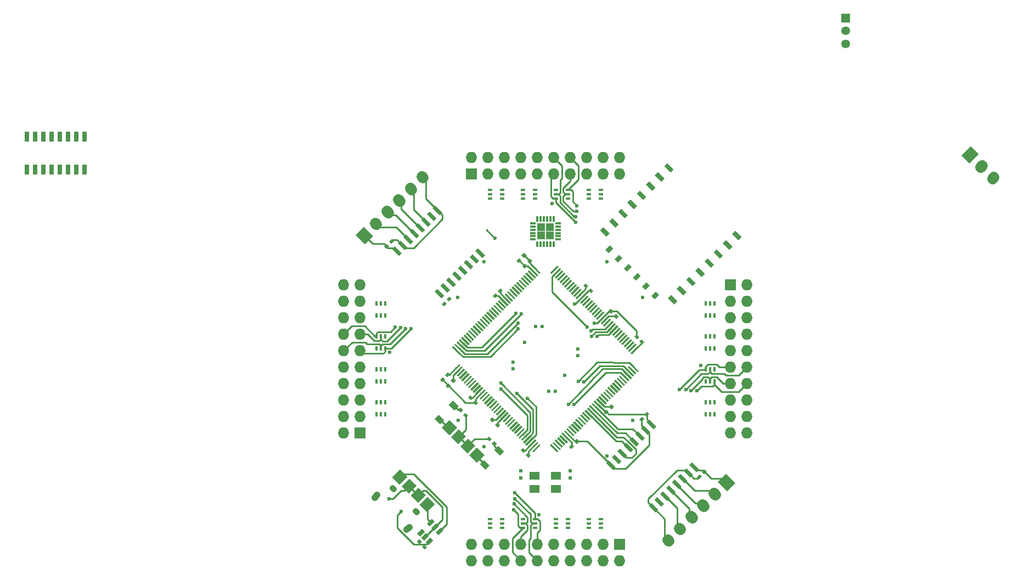
<source format=gbr>
G04 #@! TF.FileFunction,Copper,L4,Bot,Signal*
%FSLAX46Y46*%
G04 Gerber Fmt 4.6, Leading zero omitted, Abs format (unit mm)*
G04 Created by KiCad (PCBNEW 4.0.6-e0-6349~53~ubuntu14.04.1) date Mon Mar 20 16:46:31 2017*
%MOMM*%
%LPD*%
G01*
G04 APERTURE LIST*
%ADD10C,0.100000*%
%ADD11R,0.850000X0.300000*%
%ADD12R,0.300000X0.850000*%
%ADD13R,1.300000X1.300000*%
%ADD14R,1.727200X1.727200*%
%ADD15O,1.727200X1.727200*%
%ADD16R,0.500000X0.600000*%
%ADD17R,0.749300X0.398780*%
%ADD18R,0.398780X0.749300*%
%ADD19C,1.727200*%
%ADD20R,1.600000X1.300000*%
%ADD21C,0.950000*%
%ADD22C,1.000000*%
%ADD23R,1.350000X1.350000*%
%ADD24C,1.350000*%
%ADD25R,0.760000X1.600000*%
%ADD26C,0.600000*%
%ADD27C,0.250000*%
G04 APERTURE END LIST*
D10*
G36*
X-23683598Y16973155D02*
X-23259334Y17397419D01*
X-22198674Y16336759D01*
X-22622938Y15912495D01*
X-23683598Y16973155D01*
X-23683598Y16973155D01*
G37*
G36*
X-22785573Y17871181D02*
X-22361309Y18295445D01*
X-21300649Y17234785D01*
X-21724913Y16810521D01*
X-22785573Y17871181D01*
X-22785573Y17871181D01*
G37*
G36*
X-21887547Y18769206D02*
X-21463283Y19193470D01*
X-20402623Y18132810D01*
X-20826887Y17708546D01*
X-21887547Y18769206D01*
X-21887547Y18769206D01*
G37*
G36*
X-20989521Y19667232D02*
X-20565257Y20091496D01*
X-19504597Y19030836D01*
X-19928861Y18606572D01*
X-20989521Y19667232D01*
X-20989521Y19667232D01*
G37*
G36*
X-20091496Y20565257D02*
X-19667232Y20989521D01*
X-18606572Y19928861D01*
X-19030836Y19504597D01*
X-20091496Y20565257D01*
X-20091496Y20565257D01*
G37*
G36*
X-19193470Y21463283D02*
X-18769206Y21887547D01*
X-17708546Y20826887D01*
X-18132810Y20402623D01*
X-19193470Y21463283D01*
X-19193470Y21463283D01*
G37*
G36*
X-18295445Y22361309D02*
X-17871181Y22785573D01*
X-16810521Y21724913D01*
X-17234785Y21300649D01*
X-18295445Y22361309D01*
X-18295445Y22361309D01*
G37*
G36*
X-17397419Y23259334D02*
X-16973155Y23683598D01*
X-15912495Y22622938D01*
X-16336759Y22198674D01*
X-17397419Y23259334D01*
X-17397419Y23259334D01*
G37*
G36*
X-10821326Y16683241D02*
X-10397062Y17107505D01*
X-9336402Y16046845D01*
X-9760666Y15622581D01*
X-10821326Y16683241D01*
X-10821326Y16683241D01*
G37*
G36*
X-11719351Y15785215D02*
X-11295087Y16209479D01*
X-10234427Y15148819D01*
X-10658691Y14724555D01*
X-11719351Y15785215D01*
X-11719351Y15785215D01*
G37*
G36*
X-12617377Y14887190D02*
X-12193113Y15311454D01*
X-11132453Y14250794D01*
X-11556717Y13826530D01*
X-12617377Y14887190D01*
X-12617377Y14887190D01*
G37*
G36*
X-13515403Y13989164D02*
X-13091139Y14413428D01*
X-12030479Y13352768D01*
X-12454743Y12928504D01*
X-13515403Y13989164D01*
X-13515403Y13989164D01*
G37*
G36*
X-14413428Y13091139D02*
X-13989164Y13515403D01*
X-12928504Y12454743D01*
X-13352768Y12030479D01*
X-14413428Y13091139D01*
X-14413428Y13091139D01*
G37*
G36*
X-15311454Y12193113D02*
X-14887190Y12617377D01*
X-13826530Y11556717D01*
X-14250794Y11132453D01*
X-15311454Y12193113D01*
X-15311454Y12193113D01*
G37*
G36*
X-16209479Y11295087D02*
X-15785215Y11719351D01*
X-14724555Y10658691D01*
X-15148819Y10234427D01*
X-16209479Y11295087D01*
X-16209479Y11295087D01*
G37*
G36*
X-17107505Y10397062D02*
X-16683241Y10821326D01*
X-15622581Y9760666D01*
X-16046845Y9336402D01*
X-17107505Y10397062D01*
X-17107505Y10397062D01*
G37*
D11*
X1950000Y20935000D03*
X1950000Y20435000D03*
X1950000Y19935000D03*
X1950000Y19435000D03*
X1950000Y18935000D03*
X1950000Y18435000D03*
D12*
X1250000Y17735000D03*
X750000Y17735000D03*
X250000Y17735000D03*
X-250000Y17735000D03*
X-750000Y17735000D03*
X-1250000Y17735000D03*
D11*
X-1950000Y18435000D03*
X-1950000Y18935000D03*
X-1950000Y19435000D03*
X-1950000Y19935000D03*
X-1950000Y20435000D03*
X-1950000Y20935000D03*
D12*
X-1250000Y21635000D03*
X-750000Y21635000D03*
X-250000Y21635000D03*
X250000Y21635000D03*
X750000Y21635000D03*
X1250000Y21635000D03*
D13*
X-650000Y19035000D03*
X-650000Y20335000D03*
X650000Y19035000D03*
X650000Y20335000D03*
D10*
G36*
X-12019872Y-14565456D02*
X-13151243Y-13434085D01*
X-11949162Y-12232004D01*
X-10817791Y-13363375D01*
X-12019872Y-14565456D01*
X-12019872Y-14565456D01*
G37*
G36*
X-10605658Y-15979670D02*
X-11737029Y-14848299D01*
X-10534948Y-13646218D01*
X-9403577Y-14777589D01*
X-10605658Y-15979670D01*
X-10605658Y-15979670D01*
G37*
G36*
X-13434085Y-13151243D02*
X-14565456Y-12019872D01*
X-13363375Y-10817791D01*
X-12232004Y-11949162D01*
X-13434085Y-13151243D01*
X-13434085Y-13151243D01*
G37*
G36*
X-14848299Y-11737029D02*
X-15979670Y-10605658D01*
X-14777589Y-9403577D01*
X-13646218Y-10534948D01*
X-14848299Y-11737029D01*
X-14848299Y-11737029D01*
G37*
G36*
X-22485052Y-19373782D02*
X-23616423Y-18242411D01*
X-22414342Y-17040330D01*
X-21282971Y-18171701D01*
X-22485052Y-19373782D01*
X-22485052Y-19373782D01*
G37*
G36*
X-21070838Y-20787996D02*
X-22202209Y-19656625D01*
X-21000128Y-18454544D01*
X-19868757Y-19585915D01*
X-21070838Y-20787996D01*
X-21070838Y-20787996D01*
G37*
G36*
X-18242411Y-23616423D02*
X-19373782Y-22485052D01*
X-18171701Y-21282971D01*
X-17040330Y-22414342D01*
X-18242411Y-23616423D01*
X-18242411Y-23616423D01*
G37*
G36*
X-19656625Y-22202209D02*
X-20787996Y-21070838D01*
X-19585915Y-19868757D01*
X-18454544Y-21000128D01*
X-19656625Y-22202209D01*
X-19656625Y-22202209D01*
G37*
G36*
X14407301Y-1820800D02*
X14195169Y-2032932D01*
X13099153Y-936916D01*
X13311285Y-724784D01*
X14407301Y-1820800D01*
X14407301Y-1820800D01*
G37*
G36*
X14053748Y-2174354D02*
X13841616Y-2386486D01*
X12745600Y-1290470D01*
X12957732Y-1078338D01*
X14053748Y-2174354D01*
X14053748Y-2174354D01*
G37*
G36*
X13700194Y-2527907D02*
X13488062Y-2740039D01*
X12392046Y-1644023D01*
X12604178Y-1431891D01*
X13700194Y-2527907D01*
X13700194Y-2527907D01*
G37*
G36*
X13346641Y-2881460D02*
X13134509Y-3093592D01*
X12038493Y-1997576D01*
X12250625Y-1785444D01*
X13346641Y-2881460D01*
X13346641Y-2881460D01*
G37*
G36*
X12993087Y-3235014D02*
X12780955Y-3447146D01*
X11684939Y-2351130D01*
X11897071Y-2138998D01*
X12993087Y-3235014D01*
X12993087Y-3235014D01*
G37*
G36*
X12639534Y-3588567D02*
X12427402Y-3800699D01*
X11331386Y-2704683D01*
X11543518Y-2492551D01*
X12639534Y-3588567D01*
X12639534Y-3588567D01*
G37*
G36*
X12285981Y-3942121D02*
X12073849Y-4154253D01*
X10977833Y-3058237D01*
X11189965Y-2846105D01*
X12285981Y-3942121D01*
X12285981Y-3942121D01*
G37*
G36*
X11932427Y-4295674D02*
X11720295Y-4507806D01*
X10624279Y-3411790D01*
X10836411Y-3199658D01*
X11932427Y-4295674D01*
X11932427Y-4295674D01*
G37*
G36*
X11578874Y-4649227D02*
X11366742Y-4861359D01*
X10270726Y-3765343D01*
X10482858Y-3553211D01*
X11578874Y-4649227D01*
X11578874Y-4649227D01*
G37*
G36*
X11225320Y-5002781D02*
X11013188Y-5214913D01*
X9917172Y-4118897D01*
X10129304Y-3906765D01*
X11225320Y-5002781D01*
X11225320Y-5002781D01*
G37*
G36*
X10871767Y-5356334D02*
X10659635Y-5568466D01*
X9563619Y-4472450D01*
X9775751Y-4260318D01*
X10871767Y-5356334D01*
X10871767Y-5356334D01*
G37*
G36*
X10518214Y-5709888D02*
X10306082Y-5922020D01*
X9210066Y-4826004D01*
X9422198Y-4613872D01*
X10518214Y-5709888D01*
X10518214Y-5709888D01*
G37*
G36*
X10164660Y-6063441D02*
X9952528Y-6275573D01*
X8856512Y-5179557D01*
X9068644Y-4967425D01*
X10164660Y-6063441D01*
X10164660Y-6063441D01*
G37*
G36*
X9811107Y-6416994D02*
X9598975Y-6629126D01*
X8502959Y-5533110D01*
X8715091Y-5320978D01*
X9811107Y-6416994D01*
X9811107Y-6416994D01*
G37*
G36*
X9457553Y-6770548D02*
X9245421Y-6982680D01*
X8149405Y-5886664D01*
X8361537Y-5674532D01*
X9457553Y-6770548D01*
X9457553Y-6770548D01*
G37*
G36*
X9104000Y-7124101D02*
X8891868Y-7336233D01*
X7795852Y-6240217D01*
X8007984Y-6028085D01*
X9104000Y-7124101D01*
X9104000Y-7124101D01*
G37*
G36*
X8750447Y-7477654D02*
X8538315Y-7689786D01*
X7442299Y-6593770D01*
X7654431Y-6381638D01*
X8750447Y-7477654D01*
X8750447Y-7477654D01*
G37*
G36*
X8396893Y-7831208D02*
X8184761Y-8043340D01*
X7088745Y-6947324D01*
X7300877Y-6735192D01*
X8396893Y-7831208D01*
X8396893Y-7831208D01*
G37*
G36*
X8043340Y-8184761D02*
X7831208Y-8396893D01*
X6735192Y-7300877D01*
X6947324Y-7088745D01*
X8043340Y-8184761D01*
X8043340Y-8184761D01*
G37*
G36*
X7689786Y-8538315D02*
X7477654Y-8750447D01*
X6381638Y-7654431D01*
X6593770Y-7442299D01*
X7689786Y-8538315D01*
X7689786Y-8538315D01*
G37*
G36*
X7336233Y-8891868D02*
X7124101Y-9104000D01*
X6028085Y-8007984D01*
X6240217Y-7795852D01*
X7336233Y-8891868D01*
X7336233Y-8891868D01*
G37*
G36*
X6982680Y-9245421D02*
X6770548Y-9457553D01*
X5674532Y-8361537D01*
X5886664Y-8149405D01*
X6982680Y-9245421D01*
X6982680Y-9245421D01*
G37*
G36*
X6629126Y-9598975D02*
X6416994Y-9811107D01*
X5320978Y-8715091D01*
X5533110Y-8502959D01*
X6629126Y-9598975D01*
X6629126Y-9598975D01*
G37*
G36*
X6275573Y-9952528D02*
X6063441Y-10164660D01*
X4967425Y-9068644D01*
X5179557Y-8856512D01*
X6275573Y-9952528D01*
X6275573Y-9952528D01*
G37*
G36*
X5922020Y-10306082D02*
X5709888Y-10518214D01*
X4613872Y-9422198D01*
X4826004Y-9210066D01*
X5922020Y-10306082D01*
X5922020Y-10306082D01*
G37*
G36*
X5568466Y-10659635D02*
X5356334Y-10871767D01*
X4260318Y-9775751D01*
X4472450Y-9563619D01*
X5568466Y-10659635D01*
X5568466Y-10659635D01*
G37*
G36*
X5214913Y-11013188D02*
X5002781Y-11225320D01*
X3906765Y-10129304D01*
X4118897Y-9917172D01*
X5214913Y-11013188D01*
X5214913Y-11013188D01*
G37*
G36*
X4861359Y-11366742D02*
X4649227Y-11578874D01*
X3553211Y-10482858D01*
X3765343Y-10270726D01*
X4861359Y-11366742D01*
X4861359Y-11366742D01*
G37*
G36*
X4507806Y-11720295D02*
X4295674Y-11932427D01*
X3199658Y-10836411D01*
X3411790Y-10624279D01*
X4507806Y-11720295D01*
X4507806Y-11720295D01*
G37*
G36*
X4154253Y-12073849D02*
X3942121Y-12285981D01*
X2846105Y-11189965D01*
X3058237Y-10977833D01*
X4154253Y-12073849D01*
X4154253Y-12073849D01*
G37*
G36*
X3800699Y-12427402D02*
X3588567Y-12639534D01*
X2492551Y-11543518D01*
X2704683Y-11331386D01*
X3800699Y-12427402D01*
X3800699Y-12427402D01*
G37*
G36*
X3447146Y-12780955D02*
X3235014Y-12993087D01*
X2138998Y-11897071D01*
X2351130Y-11684939D01*
X3447146Y-12780955D01*
X3447146Y-12780955D01*
G37*
G36*
X3093592Y-13134509D02*
X2881460Y-13346641D01*
X1785444Y-12250625D01*
X1997576Y-12038493D01*
X3093592Y-13134509D01*
X3093592Y-13134509D01*
G37*
G36*
X2740039Y-13488062D02*
X2527907Y-13700194D01*
X1431891Y-12604178D01*
X1644023Y-12392046D01*
X2740039Y-13488062D01*
X2740039Y-13488062D01*
G37*
G36*
X2386486Y-13841616D02*
X2174354Y-14053748D01*
X1078338Y-12957732D01*
X1290470Y-12745600D01*
X2386486Y-13841616D01*
X2386486Y-13841616D01*
G37*
G36*
X2032932Y-14195169D02*
X1820800Y-14407301D01*
X724784Y-13311285D01*
X936916Y-13099153D01*
X2032932Y-14195169D01*
X2032932Y-14195169D01*
G37*
G36*
X-1820800Y-14407301D02*
X-2032932Y-14195169D01*
X-936916Y-13099153D01*
X-724784Y-13311285D01*
X-1820800Y-14407301D01*
X-1820800Y-14407301D01*
G37*
G36*
X-2174354Y-14053748D02*
X-2386486Y-13841616D01*
X-1290470Y-12745600D01*
X-1078338Y-12957732D01*
X-2174354Y-14053748D01*
X-2174354Y-14053748D01*
G37*
G36*
X-2527907Y-13700194D02*
X-2740039Y-13488062D01*
X-1644023Y-12392046D01*
X-1431891Y-12604178D01*
X-2527907Y-13700194D01*
X-2527907Y-13700194D01*
G37*
G36*
X-2881460Y-13346641D02*
X-3093592Y-13134509D01*
X-1997576Y-12038493D01*
X-1785444Y-12250625D01*
X-2881460Y-13346641D01*
X-2881460Y-13346641D01*
G37*
G36*
X-3235014Y-12993087D02*
X-3447146Y-12780955D01*
X-2351130Y-11684939D01*
X-2138998Y-11897071D01*
X-3235014Y-12993087D01*
X-3235014Y-12993087D01*
G37*
G36*
X-3588567Y-12639534D02*
X-3800699Y-12427402D01*
X-2704683Y-11331386D01*
X-2492551Y-11543518D01*
X-3588567Y-12639534D01*
X-3588567Y-12639534D01*
G37*
G36*
X-3942121Y-12285981D02*
X-4154253Y-12073849D01*
X-3058237Y-10977833D01*
X-2846105Y-11189965D01*
X-3942121Y-12285981D01*
X-3942121Y-12285981D01*
G37*
G36*
X-4295674Y-11932427D02*
X-4507806Y-11720295D01*
X-3411790Y-10624279D01*
X-3199658Y-10836411D01*
X-4295674Y-11932427D01*
X-4295674Y-11932427D01*
G37*
G36*
X-4649227Y-11578874D02*
X-4861359Y-11366742D01*
X-3765343Y-10270726D01*
X-3553211Y-10482858D01*
X-4649227Y-11578874D01*
X-4649227Y-11578874D01*
G37*
G36*
X-5002781Y-11225320D02*
X-5214913Y-11013188D01*
X-4118897Y-9917172D01*
X-3906765Y-10129304D01*
X-5002781Y-11225320D01*
X-5002781Y-11225320D01*
G37*
G36*
X-5356334Y-10871767D02*
X-5568466Y-10659635D01*
X-4472450Y-9563619D01*
X-4260318Y-9775751D01*
X-5356334Y-10871767D01*
X-5356334Y-10871767D01*
G37*
G36*
X-5709888Y-10518214D02*
X-5922020Y-10306082D01*
X-4826004Y-9210066D01*
X-4613872Y-9422198D01*
X-5709888Y-10518214D01*
X-5709888Y-10518214D01*
G37*
G36*
X-6063441Y-10164660D02*
X-6275573Y-9952528D01*
X-5179557Y-8856512D01*
X-4967425Y-9068644D01*
X-6063441Y-10164660D01*
X-6063441Y-10164660D01*
G37*
G36*
X-6416994Y-9811107D02*
X-6629126Y-9598975D01*
X-5533110Y-8502959D01*
X-5320978Y-8715091D01*
X-6416994Y-9811107D01*
X-6416994Y-9811107D01*
G37*
G36*
X-6770548Y-9457553D02*
X-6982680Y-9245421D01*
X-5886664Y-8149405D01*
X-5674532Y-8361537D01*
X-6770548Y-9457553D01*
X-6770548Y-9457553D01*
G37*
G36*
X-7124101Y-9104000D02*
X-7336233Y-8891868D01*
X-6240217Y-7795852D01*
X-6028085Y-8007984D01*
X-7124101Y-9104000D01*
X-7124101Y-9104000D01*
G37*
G36*
X-7477654Y-8750447D02*
X-7689786Y-8538315D01*
X-6593770Y-7442299D01*
X-6381638Y-7654431D01*
X-7477654Y-8750447D01*
X-7477654Y-8750447D01*
G37*
G36*
X-7831208Y-8396893D02*
X-8043340Y-8184761D01*
X-6947324Y-7088745D01*
X-6735192Y-7300877D01*
X-7831208Y-8396893D01*
X-7831208Y-8396893D01*
G37*
G36*
X-8184761Y-8043340D02*
X-8396893Y-7831208D01*
X-7300877Y-6735192D01*
X-7088745Y-6947324D01*
X-8184761Y-8043340D01*
X-8184761Y-8043340D01*
G37*
G36*
X-8538315Y-7689786D02*
X-8750447Y-7477654D01*
X-7654431Y-6381638D01*
X-7442299Y-6593770D01*
X-8538315Y-7689786D01*
X-8538315Y-7689786D01*
G37*
G36*
X-8891868Y-7336233D02*
X-9104000Y-7124101D01*
X-8007984Y-6028085D01*
X-7795852Y-6240217D01*
X-8891868Y-7336233D01*
X-8891868Y-7336233D01*
G37*
G36*
X-9245421Y-6982680D02*
X-9457553Y-6770548D01*
X-8361537Y-5674532D01*
X-8149405Y-5886664D01*
X-9245421Y-6982680D01*
X-9245421Y-6982680D01*
G37*
G36*
X-9598975Y-6629126D02*
X-9811107Y-6416994D01*
X-8715091Y-5320978D01*
X-8502959Y-5533110D01*
X-9598975Y-6629126D01*
X-9598975Y-6629126D01*
G37*
G36*
X-9952528Y-6275573D02*
X-10164660Y-6063441D01*
X-9068644Y-4967425D01*
X-8856512Y-5179557D01*
X-9952528Y-6275573D01*
X-9952528Y-6275573D01*
G37*
G36*
X-10306082Y-5922020D02*
X-10518214Y-5709888D01*
X-9422198Y-4613872D01*
X-9210066Y-4826004D01*
X-10306082Y-5922020D01*
X-10306082Y-5922020D01*
G37*
G36*
X-10659635Y-5568466D02*
X-10871767Y-5356334D01*
X-9775751Y-4260318D01*
X-9563619Y-4472450D01*
X-10659635Y-5568466D01*
X-10659635Y-5568466D01*
G37*
G36*
X-11013188Y-5214913D02*
X-11225320Y-5002781D01*
X-10129304Y-3906765D01*
X-9917172Y-4118897D01*
X-11013188Y-5214913D01*
X-11013188Y-5214913D01*
G37*
G36*
X-11366742Y-4861359D02*
X-11578874Y-4649227D01*
X-10482858Y-3553211D01*
X-10270726Y-3765343D01*
X-11366742Y-4861359D01*
X-11366742Y-4861359D01*
G37*
G36*
X-11720295Y-4507806D02*
X-11932427Y-4295674D01*
X-10836411Y-3199658D01*
X-10624279Y-3411790D01*
X-11720295Y-4507806D01*
X-11720295Y-4507806D01*
G37*
G36*
X-12073849Y-4154253D02*
X-12285981Y-3942121D01*
X-11189965Y-2846105D01*
X-10977833Y-3058237D01*
X-12073849Y-4154253D01*
X-12073849Y-4154253D01*
G37*
G36*
X-12427402Y-3800699D02*
X-12639534Y-3588567D01*
X-11543518Y-2492551D01*
X-11331386Y-2704683D01*
X-12427402Y-3800699D01*
X-12427402Y-3800699D01*
G37*
G36*
X-12780955Y-3447146D02*
X-12993087Y-3235014D01*
X-11897071Y-2138998D01*
X-11684939Y-2351130D01*
X-12780955Y-3447146D01*
X-12780955Y-3447146D01*
G37*
G36*
X-13134509Y-3093592D02*
X-13346641Y-2881460D01*
X-12250625Y-1785444D01*
X-12038493Y-1997576D01*
X-13134509Y-3093592D01*
X-13134509Y-3093592D01*
G37*
G36*
X-13488062Y-2740039D02*
X-13700194Y-2527907D01*
X-12604178Y-1431891D01*
X-12392046Y-1644023D01*
X-13488062Y-2740039D01*
X-13488062Y-2740039D01*
G37*
G36*
X-13841616Y-2386486D02*
X-14053748Y-2174354D01*
X-12957732Y-1078338D01*
X-12745600Y-1290470D01*
X-13841616Y-2386486D01*
X-13841616Y-2386486D01*
G37*
G36*
X-14195169Y-2032932D02*
X-14407301Y-1820800D01*
X-13311285Y-724784D01*
X-13099153Y-936916D01*
X-14195169Y-2032932D01*
X-14195169Y-2032932D01*
G37*
G36*
X-13099153Y936916D02*
X-13311285Y724784D01*
X-14407301Y1820800D01*
X-14195169Y2032932D01*
X-13099153Y936916D01*
X-13099153Y936916D01*
G37*
G36*
X-12745600Y1290470D02*
X-12957732Y1078338D01*
X-14053748Y2174354D01*
X-13841616Y2386486D01*
X-12745600Y1290470D01*
X-12745600Y1290470D01*
G37*
G36*
X-12392046Y1644023D02*
X-12604178Y1431891D01*
X-13700194Y2527907D01*
X-13488062Y2740039D01*
X-12392046Y1644023D01*
X-12392046Y1644023D01*
G37*
G36*
X-12038493Y1997576D02*
X-12250625Y1785444D01*
X-13346641Y2881460D01*
X-13134509Y3093592D01*
X-12038493Y1997576D01*
X-12038493Y1997576D01*
G37*
G36*
X-11684939Y2351130D02*
X-11897071Y2138998D01*
X-12993087Y3235014D01*
X-12780955Y3447146D01*
X-11684939Y2351130D01*
X-11684939Y2351130D01*
G37*
G36*
X-11331386Y2704683D02*
X-11543518Y2492551D01*
X-12639534Y3588567D01*
X-12427402Y3800699D01*
X-11331386Y2704683D01*
X-11331386Y2704683D01*
G37*
G36*
X-10977833Y3058237D02*
X-11189965Y2846105D01*
X-12285981Y3942121D01*
X-12073849Y4154253D01*
X-10977833Y3058237D01*
X-10977833Y3058237D01*
G37*
G36*
X-10624279Y3411790D02*
X-10836411Y3199658D01*
X-11932427Y4295674D01*
X-11720295Y4507806D01*
X-10624279Y3411790D01*
X-10624279Y3411790D01*
G37*
G36*
X-10270726Y3765343D02*
X-10482858Y3553211D01*
X-11578874Y4649227D01*
X-11366742Y4861359D01*
X-10270726Y3765343D01*
X-10270726Y3765343D01*
G37*
G36*
X-9917172Y4118897D02*
X-10129304Y3906765D01*
X-11225320Y5002781D01*
X-11013188Y5214913D01*
X-9917172Y4118897D01*
X-9917172Y4118897D01*
G37*
G36*
X-9563619Y4472450D02*
X-9775751Y4260318D01*
X-10871767Y5356334D01*
X-10659635Y5568466D01*
X-9563619Y4472450D01*
X-9563619Y4472450D01*
G37*
G36*
X-9210066Y4826004D02*
X-9422198Y4613872D01*
X-10518214Y5709888D01*
X-10306082Y5922020D01*
X-9210066Y4826004D01*
X-9210066Y4826004D01*
G37*
G36*
X-8856512Y5179557D02*
X-9068644Y4967425D01*
X-10164660Y6063441D01*
X-9952528Y6275573D01*
X-8856512Y5179557D01*
X-8856512Y5179557D01*
G37*
G36*
X-8502959Y5533110D02*
X-8715091Y5320978D01*
X-9811107Y6416994D01*
X-9598975Y6629126D01*
X-8502959Y5533110D01*
X-8502959Y5533110D01*
G37*
G36*
X-8149405Y5886664D02*
X-8361537Y5674532D01*
X-9457553Y6770548D01*
X-9245421Y6982680D01*
X-8149405Y5886664D01*
X-8149405Y5886664D01*
G37*
G36*
X-7795852Y6240217D02*
X-8007984Y6028085D01*
X-9104000Y7124101D01*
X-8891868Y7336233D01*
X-7795852Y6240217D01*
X-7795852Y6240217D01*
G37*
G36*
X-7442299Y6593770D02*
X-7654431Y6381638D01*
X-8750447Y7477654D01*
X-8538315Y7689786D01*
X-7442299Y6593770D01*
X-7442299Y6593770D01*
G37*
G36*
X-7088745Y6947324D02*
X-7300877Y6735192D01*
X-8396893Y7831208D01*
X-8184761Y8043340D01*
X-7088745Y6947324D01*
X-7088745Y6947324D01*
G37*
G36*
X-6735192Y7300877D02*
X-6947324Y7088745D01*
X-8043340Y8184761D01*
X-7831208Y8396893D01*
X-6735192Y7300877D01*
X-6735192Y7300877D01*
G37*
G36*
X-6381638Y7654431D02*
X-6593770Y7442299D01*
X-7689786Y8538315D01*
X-7477654Y8750447D01*
X-6381638Y7654431D01*
X-6381638Y7654431D01*
G37*
G36*
X-6028085Y8007984D02*
X-6240217Y7795852D01*
X-7336233Y8891868D01*
X-7124101Y9104000D01*
X-6028085Y8007984D01*
X-6028085Y8007984D01*
G37*
G36*
X-5674532Y8361537D02*
X-5886664Y8149405D01*
X-6982680Y9245421D01*
X-6770548Y9457553D01*
X-5674532Y8361537D01*
X-5674532Y8361537D01*
G37*
G36*
X-5320978Y8715091D02*
X-5533110Y8502959D01*
X-6629126Y9598975D01*
X-6416994Y9811107D01*
X-5320978Y8715091D01*
X-5320978Y8715091D01*
G37*
G36*
X-4967425Y9068644D02*
X-5179557Y8856512D01*
X-6275573Y9952528D01*
X-6063441Y10164660D01*
X-4967425Y9068644D01*
X-4967425Y9068644D01*
G37*
G36*
X-4613872Y9422198D02*
X-4826004Y9210066D01*
X-5922020Y10306082D01*
X-5709888Y10518214D01*
X-4613872Y9422198D01*
X-4613872Y9422198D01*
G37*
G36*
X-4260318Y9775751D02*
X-4472450Y9563619D01*
X-5568466Y10659635D01*
X-5356334Y10871767D01*
X-4260318Y9775751D01*
X-4260318Y9775751D01*
G37*
G36*
X-3906765Y10129304D02*
X-4118897Y9917172D01*
X-5214913Y11013188D01*
X-5002781Y11225320D01*
X-3906765Y10129304D01*
X-3906765Y10129304D01*
G37*
G36*
X-3553211Y10482858D02*
X-3765343Y10270726D01*
X-4861359Y11366742D01*
X-4649227Y11578874D01*
X-3553211Y10482858D01*
X-3553211Y10482858D01*
G37*
G36*
X-3199658Y10836411D02*
X-3411790Y10624279D01*
X-4507806Y11720295D01*
X-4295674Y11932427D01*
X-3199658Y10836411D01*
X-3199658Y10836411D01*
G37*
G36*
X-2846105Y11189965D02*
X-3058237Y10977833D01*
X-4154253Y12073849D01*
X-3942121Y12285981D01*
X-2846105Y11189965D01*
X-2846105Y11189965D01*
G37*
G36*
X-2492551Y11543518D02*
X-2704683Y11331386D01*
X-3800699Y12427402D01*
X-3588567Y12639534D01*
X-2492551Y11543518D01*
X-2492551Y11543518D01*
G37*
G36*
X-2138998Y11897071D02*
X-2351130Y11684939D01*
X-3447146Y12780955D01*
X-3235014Y12993087D01*
X-2138998Y11897071D01*
X-2138998Y11897071D01*
G37*
G36*
X-1785444Y12250625D02*
X-1997576Y12038493D01*
X-3093592Y13134509D01*
X-2881460Y13346641D01*
X-1785444Y12250625D01*
X-1785444Y12250625D01*
G37*
G36*
X-1431891Y12604178D02*
X-1644023Y12392046D01*
X-2740039Y13488062D01*
X-2527907Y13700194D01*
X-1431891Y12604178D01*
X-1431891Y12604178D01*
G37*
G36*
X-1078338Y12957732D02*
X-1290470Y12745600D01*
X-2386486Y13841616D01*
X-2174354Y14053748D01*
X-1078338Y12957732D01*
X-1078338Y12957732D01*
G37*
G36*
X-724784Y13311285D02*
X-936916Y13099153D01*
X-2032932Y14195169D01*
X-1820800Y14407301D01*
X-724784Y13311285D01*
X-724784Y13311285D01*
G37*
G36*
X936916Y13099153D02*
X724784Y13311285D01*
X1820800Y14407301D01*
X2032932Y14195169D01*
X936916Y13099153D01*
X936916Y13099153D01*
G37*
G36*
X1290470Y12745600D02*
X1078338Y12957732D01*
X2174354Y14053748D01*
X2386486Y13841616D01*
X1290470Y12745600D01*
X1290470Y12745600D01*
G37*
G36*
X1644023Y12392046D02*
X1431891Y12604178D01*
X2527907Y13700194D01*
X2740039Y13488062D01*
X1644023Y12392046D01*
X1644023Y12392046D01*
G37*
G36*
X1997576Y12038493D02*
X1785444Y12250625D01*
X2881460Y13346641D01*
X3093592Y13134509D01*
X1997576Y12038493D01*
X1997576Y12038493D01*
G37*
G36*
X2351130Y11684939D02*
X2138998Y11897071D01*
X3235014Y12993087D01*
X3447146Y12780955D01*
X2351130Y11684939D01*
X2351130Y11684939D01*
G37*
G36*
X2704683Y11331386D02*
X2492551Y11543518D01*
X3588567Y12639534D01*
X3800699Y12427402D01*
X2704683Y11331386D01*
X2704683Y11331386D01*
G37*
G36*
X3058237Y10977833D02*
X2846105Y11189965D01*
X3942121Y12285981D01*
X4154253Y12073849D01*
X3058237Y10977833D01*
X3058237Y10977833D01*
G37*
G36*
X3411790Y10624279D02*
X3199658Y10836411D01*
X4295674Y11932427D01*
X4507806Y11720295D01*
X3411790Y10624279D01*
X3411790Y10624279D01*
G37*
G36*
X3765343Y10270726D02*
X3553211Y10482858D01*
X4649227Y11578874D01*
X4861359Y11366742D01*
X3765343Y10270726D01*
X3765343Y10270726D01*
G37*
G36*
X4118897Y9917172D02*
X3906765Y10129304D01*
X5002781Y11225320D01*
X5214913Y11013188D01*
X4118897Y9917172D01*
X4118897Y9917172D01*
G37*
G36*
X4472450Y9563619D02*
X4260318Y9775751D01*
X5356334Y10871767D01*
X5568466Y10659635D01*
X4472450Y9563619D01*
X4472450Y9563619D01*
G37*
G36*
X4826004Y9210066D02*
X4613872Y9422198D01*
X5709888Y10518214D01*
X5922020Y10306082D01*
X4826004Y9210066D01*
X4826004Y9210066D01*
G37*
G36*
X5179557Y8856512D02*
X4967425Y9068644D01*
X6063441Y10164660D01*
X6275573Y9952528D01*
X5179557Y8856512D01*
X5179557Y8856512D01*
G37*
G36*
X5533110Y8502959D02*
X5320978Y8715091D01*
X6416994Y9811107D01*
X6629126Y9598975D01*
X5533110Y8502959D01*
X5533110Y8502959D01*
G37*
G36*
X5886664Y8149405D02*
X5674532Y8361537D01*
X6770548Y9457553D01*
X6982680Y9245421D01*
X5886664Y8149405D01*
X5886664Y8149405D01*
G37*
G36*
X6240217Y7795852D02*
X6028085Y8007984D01*
X7124101Y9104000D01*
X7336233Y8891868D01*
X6240217Y7795852D01*
X6240217Y7795852D01*
G37*
G36*
X6593770Y7442299D02*
X6381638Y7654431D01*
X7477654Y8750447D01*
X7689786Y8538315D01*
X6593770Y7442299D01*
X6593770Y7442299D01*
G37*
G36*
X6947324Y7088745D02*
X6735192Y7300877D01*
X7831208Y8396893D01*
X8043340Y8184761D01*
X6947324Y7088745D01*
X6947324Y7088745D01*
G37*
G36*
X7300877Y6735192D02*
X7088745Y6947324D01*
X8184761Y8043340D01*
X8396893Y7831208D01*
X7300877Y6735192D01*
X7300877Y6735192D01*
G37*
G36*
X7654431Y6381638D02*
X7442299Y6593770D01*
X8538315Y7689786D01*
X8750447Y7477654D01*
X7654431Y6381638D01*
X7654431Y6381638D01*
G37*
G36*
X8007984Y6028085D02*
X7795852Y6240217D01*
X8891868Y7336233D01*
X9104000Y7124101D01*
X8007984Y6028085D01*
X8007984Y6028085D01*
G37*
G36*
X8361537Y5674532D02*
X8149405Y5886664D01*
X9245421Y6982680D01*
X9457553Y6770548D01*
X8361537Y5674532D01*
X8361537Y5674532D01*
G37*
G36*
X8715091Y5320978D02*
X8502959Y5533110D01*
X9598975Y6629126D01*
X9811107Y6416994D01*
X8715091Y5320978D01*
X8715091Y5320978D01*
G37*
G36*
X9068644Y4967425D02*
X8856512Y5179557D01*
X9952528Y6275573D01*
X10164660Y6063441D01*
X9068644Y4967425D01*
X9068644Y4967425D01*
G37*
G36*
X9422198Y4613872D02*
X9210066Y4826004D01*
X10306082Y5922020D01*
X10518214Y5709888D01*
X9422198Y4613872D01*
X9422198Y4613872D01*
G37*
G36*
X9775751Y4260318D02*
X9563619Y4472450D01*
X10659635Y5568466D01*
X10871767Y5356334D01*
X9775751Y4260318D01*
X9775751Y4260318D01*
G37*
G36*
X10129304Y3906765D02*
X9917172Y4118897D01*
X11013188Y5214913D01*
X11225320Y5002781D01*
X10129304Y3906765D01*
X10129304Y3906765D01*
G37*
G36*
X10482858Y3553211D02*
X10270726Y3765343D01*
X11366742Y4861359D01*
X11578874Y4649227D01*
X10482858Y3553211D01*
X10482858Y3553211D01*
G37*
G36*
X10836411Y3199658D02*
X10624279Y3411790D01*
X11720295Y4507806D01*
X11932427Y4295674D01*
X10836411Y3199658D01*
X10836411Y3199658D01*
G37*
G36*
X11189965Y2846105D02*
X10977833Y3058237D01*
X12073849Y4154253D01*
X12285981Y3942121D01*
X11189965Y2846105D01*
X11189965Y2846105D01*
G37*
G36*
X11543518Y2492551D02*
X11331386Y2704683D01*
X12427402Y3800699D01*
X12639534Y3588567D01*
X11543518Y2492551D01*
X11543518Y2492551D01*
G37*
G36*
X11897071Y2138998D02*
X11684939Y2351130D01*
X12780955Y3447146D01*
X12993087Y3235014D01*
X11897071Y2138998D01*
X11897071Y2138998D01*
G37*
G36*
X12250625Y1785444D02*
X12038493Y1997576D01*
X13134509Y3093592D01*
X13346641Y2881460D01*
X12250625Y1785444D01*
X12250625Y1785444D01*
G37*
G36*
X12604178Y1431891D02*
X12392046Y1644023D01*
X13488062Y2740039D01*
X13700194Y2527907D01*
X12604178Y1431891D01*
X12604178Y1431891D01*
G37*
G36*
X12957732Y1078338D02*
X12745600Y1290470D01*
X13841616Y2386486D01*
X14053748Y2174354D01*
X12957732Y1078338D01*
X12957732Y1078338D01*
G37*
G36*
X13311285Y724784D02*
X13099153Y936916D01*
X14195169Y2032932D01*
X14407301Y1820800D01*
X13311285Y724784D01*
X13311285Y724784D01*
G37*
G36*
X23683598Y-16973155D02*
X23259334Y-17397419D01*
X22198674Y-16336759D01*
X22622938Y-15912495D01*
X23683598Y-16973155D01*
X23683598Y-16973155D01*
G37*
G36*
X22785573Y-17871181D02*
X22361309Y-18295445D01*
X21300649Y-17234785D01*
X21724913Y-16810521D01*
X22785573Y-17871181D01*
X22785573Y-17871181D01*
G37*
G36*
X21887547Y-18769206D02*
X21463283Y-19193470D01*
X20402623Y-18132810D01*
X20826887Y-17708546D01*
X21887547Y-18769206D01*
X21887547Y-18769206D01*
G37*
G36*
X20989521Y-19667232D02*
X20565257Y-20091496D01*
X19504597Y-19030836D01*
X19928861Y-18606572D01*
X20989521Y-19667232D01*
X20989521Y-19667232D01*
G37*
G36*
X20091496Y-20565257D02*
X19667232Y-20989521D01*
X18606572Y-19928861D01*
X19030836Y-19504597D01*
X20091496Y-20565257D01*
X20091496Y-20565257D01*
G37*
G36*
X19193470Y-21463283D02*
X18769206Y-21887547D01*
X17708546Y-20826887D01*
X18132810Y-20402623D01*
X19193470Y-21463283D01*
X19193470Y-21463283D01*
G37*
G36*
X18295445Y-22361309D02*
X17871181Y-22785573D01*
X16810521Y-21724913D01*
X17234785Y-21300649D01*
X18295445Y-22361309D01*
X18295445Y-22361309D01*
G37*
G36*
X17397419Y-23259334D02*
X16973155Y-23683598D01*
X15912495Y-22622938D01*
X16336759Y-22198674D01*
X17397419Y-23259334D01*
X17397419Y-23259334D01*
G37*
G36*
X10821326Y-16683241D02*
X10397062Y-17107505D01*
X9336402Y-16046845D01*
X9760666Y-15622581D01*
X10821326Y-16683241D01*
X10821326Y-16683241D01*
G37*
G36*
X11719351Y-15785215D02*
X11295087Y-16209479D01*
X10234427Y-15148819D01*
X10658691Y-14724555D01*
X11719351Y-15785215D01*
X11719351Y-15785215D01*
G37*
G36*
X12617377Y-14887190D02*
X12193113Y-15311454D01*
X11132453Y-14250794D01*
X11556717Y-13826530D01*
X12617377Y-14887190D01*
X12617377Y-14887190D01*
G37*
G36*
X13515403Y-13989164D02*
X13091139Y-14413428D01*
X12030479Y-13352768D01*
X12454743Y-12928504D01*
X13515403Y-13989164D01*
X13515403Y-13989164D01*
G37*
G36*
X14413428Y-13091139D02*
X13989164Y-13515403D01*
X12928504Y-12454743D01*
X13352768Y-12030479D01*
X14413428Y-13091139D01*
X14413428Y-13091139D01*
G37*
G36*
X15311454Y-12193113D02*
X14887190Y-12617377D01*
X13826530Y-11556717D01*
X14250794Y-11132453D01*
X15311454Y-12193113D01*
X15311454Y-12193113D01*
G37*
G36*
X16209479Y-11295087D02*
X15785215Y-11719351D01*
X14724555Y-10658691D01*
X15148819Y-10234427D01*
X16209479Y-11295087D01*
X16209479Y-11295087D01*
G37*
G36*
X17107505Y-10397062D02*
X16683241Y-10821326D01*
X15622581Y-9760666D01*
X16046845Y-9336402D01*
X17107505Y-10397062D01*
X17107505Y-10397062D01*
G37*
G36*
X17524136Y9958093D02*
X16817029Y9250986D01*
X16322054Y9745961D01*
X17029161Y10453068D01*
X17524136Y9958093D01*
X17524136Y9958093D01*
G37*
G36*
X16109923Y11372307D02*
X15402816Y10665200D01*
X14907841Y11160175D01*
X15614948Y11867282D01*
X16109923Y11372307D01*
X16109923Y11372307D01*
G37*
G36*
X14695709Y12786521D02*
X13988602Y12079414D01*
X13493627Y12574389D01*
X14200734Y13281496D01*
X14695709Y12786521D01*
X14695709Y12786521D01*
G37*
G36*
X13281496Y14200734D02*
X12574389Y13493627D01*
X12079414Y13988602D01*
X12786521Y14695709D01*
X13281496Y14200734D01*
X13281496Y14200734D01*
G37*
G36*
X11867282Y15614948D02*
X11160175Y14907841D01*
X10665200Y15402816D01*
X11372307Y16109923D01*
X11867282Y15614948D01*
X11867282Y15614948D01*
G37*
G36*
X10453068Y17029161D02*
X9745961Y16322054D01*
X9250986Y16817029D01*
X9958093Y17524136D01*
X10453068Y17029161D01*
X10453068Y17029161D01*
G37*
G36*
X9887383Y19362614D02*
X9392408Y18867639D01*
X8402459Y19857588D01*
X8897434Y20352563D01*
X9887383Y19362614D01*
X9887383Y19362614D01*
G37*
G36*
X11301596Y20776828D02*
X10806621Y20281853D01*
X9816672Y21271802D01*
X10311647Y21766777D01*
X11301596Y20776828D01*
X11301596Y20776828D01*
G37*
G36*
X12715810Y22191041D02*
X12220835Y21696066D01*
X11230886Y22686015D01*
X11725861Y23180990D01*
X12715810Y22191041D01*
X12715810Y22191041D01*
G37*
G36*
X14130023Y23605255D02*
X13635048Y23110280D01*
X12645099Y24100229D01*
X13140074Y24595204D01*
X14130023Y23605255D01*
X14130023Y23605255D01*
G37*
G36*
X15544237Y25019468D02*
X15049262Y24524493D01*
X14059313Y25514442D01*
X14554288Y26009417D01*
X15544237Y25019468D01*
X15544237Y25019468D01*
G37*
G36*
X16958450Y26433682D02*
X16463475Y25938707D01*
X15473526Y26928656D01*
X15968501Y27423631D01*
X16958450Y26433682D01*
X16958450Y26433682D01*
G37*
G36*
X18372664Y27847895D02*
X17877689Y27352920D01*
X16887740Y28342869D01*
X17382715Y28837844D01*
X18372664Y27847895D01*
X18372664Y27847895D01*
G37*
G36*
X19786878Y29262109D02*
X19291903Y28767134D01*
X18301954Y29757083D01*
X18796929Y30252058D01*
X19786878Y29262109D01*
X19786878Y29262109D01*
G37*
G36*
X20352563Y8897434D02*
X19857588Y8402459D01*
X18867639Y9392408D01*
X19362614Y9887383D01*
X20352563Y8897434D01*
X20352563Y8897434D01*
G37*
G36*
X21766777Y10311647D02*
X21271802Y9816672D01*
X20281853Y10806621D01*
X20776828Y11301596D01*
X21766777Y10311647D01*
X21766777Y10311647D01*
G37*
G36*
X23180990Y11725861D02*
X22686015Y11230886D01*
X21696066Y12220835D01*
X22191041Y12715810D01*
X23180990Y11725861D01*
X23180990Y11725861D01*
G37*
G36*
X24595204Y13140074D02*
X24100229Y12645099D01*
X23110280Y13635048D01*
X23605255Y14130023D01*
X24595204Y13140074D01*
X24595204Y13140074D01*
G37*
G36*
X26009417Y14554288D02*
X25514442Y14059313D01*
X24524493Y15049262D01*
X25019468Y15544237D01*
X26009417Y14554288D01*
X26009417Y14554288D01*
G37*
G36*
X27423631Y15968501D02*
X26928656Y15473526D01*
X25938707Y16463475D01*
X26433682Y16958450D01*
X27423631Y15968501D01*
X27423631Y15968501D01*
G37*
G36*
X28837844Y17382715D02*
X28342869Y16887740D01*
X27352920Y17877689D01*
X27847895Y18372664D01*
X28837844Y17382715D01*
X28837844Y17382715D01*
G37*
G36*
X30252058Y18796929D02*
X29757083Y18301954D01*
X28767134Y19291903D01*
X29262109Y19786878D01*
X30252058Y18796929D01*
X30252058Y18796929D01*
G37*
D14*
X11430000Y-28575000D03*
D15*
X11430000Y-31115000D03*
X8890000Y-28575000D03*
X8890000Y-31115000D03*
X6350000Y-28575000D03*
X6350000Y-31115000D03*
X3810000Y-28575000D03*
X3810000Y-31115000D03*
X1270000Y-28575000D03*
X1270000Y-31115000D03*
X-1270000Y-28575000D03*
X-1270000Y-31115000D03*
X-3810000Y-28575000D03*
X-3810000Y-31115000D03*
X-6350000Y-28575000D03*
X-6350000Y-31115000D03*
X-8890000Y-28575000D03*
X-8890000Y-31115000D03*
X-11430000Y-28575000D03*
X-11430000Y-31115000D03*
D14*
X-28575000Y-11430000D03*
D15*
X-31115000Y-11430000D03*
X-28575000Y-8890000D03*
X-31115000Y-8890000D03*
X-28575000Y-6350000D03*
X-31115000Y-6350000D03*
X-28575000Y-3810000D03*
X-31115000Y-3810000D03*
X-28575000Y-1270000D03*
X-31115000Y-1270000D03*
X-28575000Y1270000D03*
X-31115000Y1270000D03*
X-28575000Y3810000D03*
X-31115000Y3810000D03*
X-28575000Y6350000D03*
X-31115000Y6350000D03*
X-28575000Y8890000D03*
X-31115000Y8890000D03*
X-28575000Y11430000D03*
X-31115000Y11430000D03*
D14*
X-11430000Y28575000D03*
D15*
X-11430000Y31115000D03*
X-8890000Y28575000D03*
X-8890000Y31115000D03*
X-6350000Y28575000D03*
X-6350000Y31115000D03*
X-3810000Y28575000D03*
X-3810000Y31115000D03*
X-1270000Y28575000D03*
X-1270000Y31115000D03*
X1270000Y28575000D03*
X1270000Y31115000D03*
X3810000Y28575000D03*
X3810000Y31115000D03*
X6350000Y28575000D03*
X6350000Y31115000D03*
X8890000Y28575000D03*
X8890000Y31115000D03*
X11430000Y28575000D03*
X11430000Y31115000D03*
D14*
X28575000Y11430000D03*
D15*
X31115000Y11430000D03*
X28575000Y8890000D03*
X31115000Y8890000D03*
X28575000Y6350000D03*
X31115000Y6350000D03*
X28575000Y3810000D03*
X31115000Y3810000D03*
X28575000Y1270000D03*
X31115000Y1270000D03*
X28575000Y-1270000D03*
X31115000Y-1270000D03*
X28575000Y-3810000D03*
X31115000Y-3810000D03*
X28575000Y-6350000D03*
X31115000Y-6350000D03*
X28575000Y-8890000D03*
X31115000Y-8890000D03*
X28575000Y-11430000D03*
X31115000Y-11430000D03*
D16*
X3810000Y-17230000D03*
X3810000Y-18330000D03*
X-3810000Y-17230000D03*
X-3810000Y-18330000D03*
D17*
X6670040Y-26050240D03*
X6670040Y-25400000D03*
X6670040Y-24749760D03*
X8569960Y-24749760D03*
X8569960Y-25400000D03*
X8569960Y-26050240D03*
X1590040Y-26050240D03*
X1590040Y-25400000D03*
X1590040Y-24749760D03*
X3489960Y-24749760D03*
X3489960Y-25400000D03*
X3489960Y-26050240D03*
X-3489960Y-26050240D03*
X-3489960Y-25400000D03*
X-3489960Y-24749760D03*
X-1590040Y-24749760D03*
X-1590040Y-25400000D03*
X-1590040Y-26050240D03*
D18*
X-26050240Y-6670040D03*
X-25400000Y-6670040D03*
X-24749760Y-6670040D03*
X-24749760Y-8569960D03*
X-25400000Y-8569960D03*
X-26050240Y-8569960D03*
X-26050240Y-1590040D03*
X-25400000Y-1590040D03*
X-24749760Y-1590040D03*
X-24749760Y-3489960D03*
X-25400000Y-3489960D03*
X-26050240Y-3489960D03*
X-26050240Y3489960D03*
X-25400000Y3489960D03*
X-24749760Y3489960D03*
X-24749760Y1590040D03*
X-25400000Y1590040D03*
X-26050240Y1590040D03*
X-26050240Y8569960D03*
X-25400000Y8569960D03*
X-24749760Y8569960D03*
X-24749760Y6670040D03*
X-25400000Y6670040D03*
X-26050240Y6670040D03*
D17*
X-6670040Y26050240D03*
X-6670040Y25400000D03*
X-6670040Y24749760D03*
X-8569960Y24749760D03*
X-8569960Y25400000D03*
X-8569960Y26050240D03*
X-1590040Y26050240D03*
X-1590040Y25400000D03*
X-1590040Y24749760D03*
X-3489960Y24749760D03*
X-3489960Y25400000D03*
X-3489960Y26050240D03*
X3489960Y26050240D03*
X3489960Y25400000D03*
X3489960Y24749760D03*
X1590040Y24749760D03*
X1590040Y25400000D03*
X1590040Y26050240D03*
X8569960Y26050240D03*
X8569960Y25400000D03*
X8569960Y24749760D03*
X6670040Y24749760D03*
X6670040Y25400000D03*
X6670040Y26050240D03*
D18*
X26050240Y6670040D03*
X25400000Y6670040D03*
X24749760Y6670040D03*
X24749760Y8569960D03*
X25400000Y8569960D03*
X26050240Y8569960D03*
X26050240Y1590040D03*
X25400000Y1590040D03*
X24749760Y1590040D03*
X24749760Y3489960D03*
X25400000Y3489960D03*
X26050240Y3489960D03*
X26050240Y-3489960D03*
X25400000Y-3489960D03*
X24749760Y-3489960D03*
X24749760Y-1590040D03*
X25400000Y-1590040D03*
X26050240Y-1590040D03*
X26050240Y-8569960D03*
X25400000Y-8569960D03*
X24749760Y-8569960D03*
X24749760Y-6670040D03*
X25400000Y-6670040D03*
X26050240Y-6670040D03*
D10*
G36*
X64170922Y31392237D02*
X65607763Y32829078D01*
X66829078Y31607763D01*
X65392237Y30170922D01*
X64170922Y31392237D01*
X64170922Y31392237D01*
G37*
D19*
X67403814Y29811712D02*
X67188288Y29596186D01*
X69199865Y28015661D02*
X68984339Y27800135D01*
D10*
G36*
X5826182Y11346264D02*
X6179736Y11699818D01*
X6604000Y11275554D01*
X6250446Y10922000D01*
X5826182Y11346264D01*
X5826182Y11346264D01*
G37*
G36*
X6604000Y10568446D02*
X6957554Y10922000D01*
X7381818Y10497736D01*
X7028264Y10144182D01*
X6604000Y10568446D01*
X6604000Y10568446D01*
G37*
G36*
X-10398182Y-6774264D02*
X-10751736Y-7127818D01*
X-11176000Y-6703554D01*
X-10822446Y-6350000D01*
X-10398182Y-6774264D01*
X-10398182Y-6774264D01*
G37*
G36*
X-11176000Y-5996446D02*
X-11529554Y-6350000D01*
X-11953818Y-5925736D01*
X-11600264Y-5572182D01*
X-11176000Y-5996446D01*
X-11176000Y-5996446D01*
G37*
G36*
X-14180736Y-2905182D02*
X-13827182Y-3258736D01*
X-14251446Y-3683000D01*
X-14605000Y-3329446D01*
X-14180736Y-2905182D01*
X-14180736Y-2905182D01*
G37*
G36*
X-14958554Y-3683000D02*
X-14605000Y-4036554D01*
X-15029264Y-4460818D01*
X-15382818Y-4107264D01*
X-14958554Y-3683000D01*
X-14958554Y-3683000D01*
G37*
G36*
X-15918264Y-3571818D02*
X-16271818Y-3218264D01*
X-15847554Y-2794000D01*
X-15494000Y-3147554D01*
X-15918264Y-3571818D01*
X-15918264Y-3571818D01*
G37*
G36*
X-15140446Y-2794000D02*
X-15494000Y-2440446D01*
X-15069736Y-2016182D01*
X-14716182Y-2369736D01*
X-15140446Y-2794000D01*
X-15140446Y-2794000D01*
G37*
G36*
X-3218264Y13954182D02*
X-3571818Y14307736D01*
X-3147554Y14732000D01*
X-2794000Y14378446D01*
X-3218264Y13954182D01*
X-3218264Y13954182D01*
G37*
G36*
X-2440446Y14732000D02*
X-2794000Y15085554D01*
X-2369736Y15509818D01*
X-2016182Y15156264D01*
X-2440446Y14732000D01*
X-2440446Y14732000D01*
G37*
G36*
X-7790264Y9382182D02*
X-8143818Y9735736D01*
X-7719554Y10160000D01*
X-7366000Y9806446D01*
X-7790264Y9382182D01*
X-7790264Y9382182D01*
G37*
G36*
X-7012446Y10160000D02*
X-7366000Y10513554D01*
X-6941736Y10937818D01*
X-6588182Y10584264D01*
X-7012446Y10160000D01*
X-7012446Y10160000D01*
G37*
G36*
X-4107264Y14843182D02*
X-4460818Y15196736D01*
X-4036554Y15621000D01*
X-3683000Y15267446D01*
X-4107264Y14843182D01*
X-4107264Y14843182D01*
G37*
G36*
X-3329446Y15621000D02*
X-3683000Y15974554D01*
X-3258736Y16398818D01*
X-2905182Y16045264D01*
X-3329446Y15621000D01*
X-3329446Y15621000D01*
G37*
G36*
X10203264Y-6969182D02*
X10556818Y-7322736D01*
X10132554Y-7747000D01*
X9779000Y-7393446D01*
X10203264Y-6969182D01*
X10203264Y-6969182D01*
G37*
G36*
X9425446Y-7747000D02*
X9779000Y-8100554D01*
X9354736Y-8524818D01*
X9001182Y-8171264D01*
X9425446Y-7747000D01*
X9425446Y-7747000D01*
G37*
G36*
X4869264Y-12303182D02*
X5222818Y-12656736D01*
X4798554Y-13081000D01*
X4445000Y-12727446D01*
X4869264Y-12303182D01*
X4869264Y-12303182D01*
G37*
G36*
X4091446Y-13081000D02*
X4445000Y-13434554D01*
X4020736Y-13858818D01*
X3667182Y-13505264D01*
X4091446Y-13081000D01*
X4091446Y-13081000D01*
G37*
G36*
X13700182Y3472264D02*
X14053736Y3825818D01*
X14478000Y3401554D01*
X14124446Y3048000D01*
X13700182Y3472264D01*
X13700182Y3472264D01*
G37*
G36*
X14478000Y2694446D02*
X14831554Y3048000D01*
X15255818Y2623736D01*
X14902264Y2270182D01*
X14478000Y2694446D01*
X14478000Y2694446D01*
G37*
G36*
X-2270182Y-14902264D02*
X-2623736Y-15255818D01*
X-3048000Y-14831554D01*
X-2694446Y-14478000D01*
X-2270182Y-14902264D01*
X-2270182Y-14902264D01*
G37*
G36*
X-3048000Y-14124446D02*
X-3401554Y-14478000D01*
X-3825818Y-14053736D01*
X-3472264Y-13700182D01*
X-3048000Y-14124446D01*
X-3048000Y-14124446D01*
G37*
G36*
X9763182Y7409264D02*
X10116736Y7762818D01*
X10541000Y7338554D01*
X10187446Y6985000D01*
X9763182Y7409264D01*
X9763182Y7409264D01*
G37*
G36*
X10541000Y6631446D02*
X10894554Y6985000D01*
X11318818Y6560736D01*
X10965264Y6207182D01*
X10541000Y6631446D01*
X10541000Y6631446D01*
G37*
G36*
X-6969182Y-10203264D02*
X-7322736Y-10556818D01*
X-7747000Y-10132554D01*
X-7393446Y-9779000D01*
X-6969182Y-10203264D01*
X-6969182Y-10203264D01*
G37*
G36*
X-7747000Y-9425446D02*
X-8100554Y-9779000D01*
X-8524818Y-9354736D01*
X-8171264Y-9001182D01*
X-7747000Y-9425446D01*
X-7747000Y-9425446D01*
G37*
D20*
X-1650000Y-18050000D03*
X1650000Y-18050000D03*
X1650000Y-20050000D03*
X-1650000Y-20050000D03*
D10*
G36*
X-27832237Y17720922D02*
X-29269078Y19157763D01*
X-28047763Y20379078D01*
X-26610922Y18942237D01*
X-27832237Y17720922D01*
X-27832237Y17720922D01*
G37*
D19*
X-26251712Y20953814D02*
X-26036186Y20738288D01*
X-24455661Y22749865D02*
X-24240135Y22534339D01*
X-22659609Y24545917D02*
X-22444083Y24330391D01*
X-20863558Y26341968D02*
X-20648032Y26126442D01*
X-19067507Y28138019D02*
X-18851981Y27922493D01*
D10*
G36*
X27832237Y-17720922D02*
X29269078Y-19157763D01*
X28047763Y-20379078D01*
X26610922Y-18942237D01*
X27832237Y-17720922D01*
X27832237Y-17720922D01*
G37*
D19*
X26251712Y-20953814D02*
X26036186Y-20738288D01*
X24455661Y-22749865D02*
X24240135Y-22534339D01*
X22659609Y-24545917D02*
X22444083Y-24330391D01*
X20863558Y-26341968D02*
X20648032Y-26126442D01*
X19067507Y-28138019D02*
X18851981Y-27922493D01*
D10*
G36*
X-17528977Y-24615855D02*
X-17069358Y-25075474D01*
X-17818891Y-25825007D01*
X-18278510Y-25365388D01*
X-17528977Y-24615855D01*
X-17528977Y-24615855D01*
G37*
G36*
X-16857226Y-25287607D02*
X-16397607Y-25747226D01*
X-17147140Y-26496759D01*
X-17606759Y-26037140D01*
X-16857226Y-25287607D01*
X-16857226Y-25287607D01*
G37*
G36*
X-16185474Y-25959358D02*
X-15725855Y-26418977D01*
X-16475388Y-27168510D01*
X-16935007Y-26708891D01*
X-16185474Y-25959358D01*
X-16185474Y-25959358D01*
G37*
G36*
X-17741109Y-27514993D02*
X-17281490Y-27974612D01*
X-18031023Y-28724145D01*
X-18490642Y-28264526D01*
X-17741109Y-27514993D01*
X-17741109Y-27514993D01*
G37*
G36*
X-19084612Y-26171490D02*
X-18624993Y-26631109D01*
X-19374526Y-27380642D01*
X-19834145Y-26921023D01*
X-19084612Y-26171490D01*
X-19084612Y-26171490D01*
G37*
G36*
X-18412860Y-26843241D02*
X-17953241Y-27302860D01*
X-18702774Y-28052393D01*
X-19162393Y-27592774D01*
X-18412860Y-26843241D01*
X-18412860Y-26843241D01*
G37*
G36*
X-9450011Y-15572340D02*
X-8587340Y-16435011D01*
X-9230807Y-17078478D01*
X-10093478Y-16215807D01*
X-9450011Y-15572340D01*
X-9450011Y-15572340D01*
G37*
G36*
X-7279193Y-13401522D02*
X-6416522Y-14264193D01*
X-7059989Y-14907660D01*
X-7922660Y-14044989D01*
X-7279193Y-13401522D01*
X-7279193Y-13401522D01*
G37*
G36*
X-16435011Y-8587340D02*
X-15572340Y-9450011D01*
X-16215807Y-10093478D01*
X-17078478Y-9230807D01*
X-16435011Y-8587340D01*
X-16435011Y-8587340D01*
G37*
G36*
X-14264193Y-6416522D02*
X-13401522Y-7279193D01*
X-14044989Y-7922660D01*
X-14907660Y-7059989D01*
X-14264193Y-6416522D01*
X-14264193Y-6416522D01*
G37*
G36*
X-24554264Y17002182D02*
X-24907818Y17355736D01*
X-24483554Y17780000D01*
X-24130000Y17426446D01*
X-24554264Y17002182D01*
X-24554264Y17002182D01*
G37*
G36*
X-23776446Y17780000D02*
X-24130000Y18133554D01*
X-23705736Y18557818D01*
X-23352182Y18204264D01*
X-23776446Y17780000D01*
X-23776446Y17780000D01*
G37*
G36*
X24554264Y-17002182D02*
X24907818Y-17355736D01*
X24483554Y-17780000D01*
X24130000Y-17426446D01*
X24554264Y-17002182D01*
X24554264Y-17002182D01*
G37*
G36*
X23776446Y-17780000D02*
X24130000Y-18133554D01*
X23705736Y-18557818D01*
X23352182Y-18204264D01*
X23776446Y-17780000D01*
X23776446Y-17780000D01*
G37*
G36*
X-15664264Y8112182D02*
X-16017818Y8465736D01*
X-15593554Y8890000D01*
X-15240000Y8536446D01*
X-15664264Y8112182D01*
X-15664264Y8112182D01*
G37*
G36*
X-14886446Y8890000D02*
X-15240000Y9243554D01*
X-14815736Y9667818D01*
X-14462182Y9314264D01*
X-14886446Y8890000D01*
X-14886446Y8890000D01*
G37*
G36*
X15664264Y-8112182D02*
X16017818Y-8465736D01*
X15593554Y-8890000D01*
X15240000Y-8536446D01*
X15664264Y-8112182D01*
X15664264Y-8112182D01*
G37*
G36*
X14886446Y-8890000D02*
X15240000Y-9243554D01*
X14815736Y-9667818D01*
X14462182Y-9314264D01*
X14886446Y-8890000D01*
X14886446Y-8890000D01*
G37*
D21*
X-23629587Y-19880648D02*
X-23417455Y-20092780D01*
X-20094053Y-23416182D02*
X-19881921Y-23628314D01*
D22*
X-26334270Y-21383250D02*
X-25945362Y-20994342D01*
X-21384522Y-26332997D02*
X-20995614Y-25944089D01*
D10*
G36*
X-19827818Y-28150736D02*
X-19474264Y-27797182D01*
X-19050000Y-28221446D01*
X-19403554Y-28575000D01*
X-19827818Y-28150736D01*
X-19827818Y-28150736D01*
G37*
G36*
X-19050000Y-28928554D02*
X-18696446Y-28575000D01*
X-18272182Y-28999264D01*
X-18625736Y-29352818D01*
X-19050000Y-28928554D01*
X-19050000Y-28928554D01*
G37*
G36*
X-9032818Y-12275736D02*
X-8679264Y-11922182D01*
X-8255000Y-12346446D01*
X-8608554Y-12700000D01*
X-9032818Y-12275736D01*
X-9032818Y-12275736D01*
G37*
G36*
X-8255000Y-13053554D02*
X-7901446Y-12700000D01*
X-7477182Y-13124264D01*
X-7830736Y-13477818D01*
X-8255000Y-13053554D01*
X-8255000Y-13053554D01*
G37*
G36*
X-11922182Y-8679264D02*
X-12275736Y-9032818D01*
X-12700000Y-8608554D01*
X-12346446Y-8255000D01*
X-11922182Y-8679264D01*
X-11922182Y-8679264D01*
G37*
G36*
X-12700000Y-7901446D02*
X-13053554Y-8255000D01*
X-13477818Y-7830736D01*
X-13124264Y-7477182D01*
X-12700000Y-7901446D01*
X-12700000Y-7901446D01*
G37*
D23*
X46300000Y52600000D03*
D24*
X46300000Y50600000D03*
X46300000Y48600000D03*
D25*
X-71120000Y29210000D03*
X-80010000Y34290000D03*
X-72390000Y29210000D03*
X-78740000Y34290000D03*
X-73660000Y29210000D03*
X-77470000Y34290000D03*
X-74930000Y29210000D03*
X-76200000Y34290000D03*
X-76200000Y29210000D03*
X-74930000Y34290000D03*
X-77470000Y29210000D03*
X-73660000Y34290000D03*
X-78740000Y29210000D03*
X-72390000Y34290000D03*
X-80010000Y29210000D03*
X-71120000Y34290000D03*
D17*
X-8569960Y-26050240D03*
X-8569960Y-25400000D03*
X-8569960Y-24749760D03*
X-6670040Y-24749760D03*
X-6670040Y-25400000D03*
X-6670040Y-26050240D03*
D26*
X4500000Y8500000D03*
X9500000Y-15000000D03*
X24000000Y-1000000D03*
X15000000Y9500000D03*
X9500000Y15000000D03*
X-1000000Y-24000000D03*
X-24000000Y1000000D03*
X-9500000Y15000000D03*
X1000000Y24000000D03*
X13500000Y-9500000D03*
X-9500000Y-13500000D03*
X-13450000Y-9500000D03*
X-13500000Y9500000D03*
X5100000Y-3500000D03*
X5950000Y-3550000D03*
X3550000Y-7000000D03*
X4450000Y-7000000D03*
X6450000Y4950000D03*
X7000000Y4300000D03*
X7100000Y3500000D03*
X8000000Y3500000D03*
X500000Y-5000000D03*
X-5000000Y-500000D03*
X-500000Y5000000D03*
X5000000Y500000D03*
X-3175000Y2540000D03*
X7500000Y5500000D03*
X3000000Y-2500000D03*
X5000000Y1500000D03*
X1500000Y-5000000D03*
X-5000000Y-1500000D03*
X-1500000Y5000000D03*
X-2750000Y-6050000D03*
X-4400000Y-5300000D03*
X-6850000Y-3750000D03*
X-6850000Y-4650000D03*
X-4200000Y4650000D03*
X-4200000Y5550000D03*
X-3700000Y6950000D03*
X-4550000Y7000000D03*
X-4900000Y-23250000D03*
X-4850000Y-22350000D03*
X-4700000Y-21550000D03*
X-4700000Y-20650000D03*
X-23150000Y4900000D03*
X-22350000Y4850000D03*
X-21550000Y4700000D03*
X-20700000Y4700000D03*
X-7800000Y18600000D03*
X4850000Y23650000D03*
X4850000Y22750000D03*
X4700000Y21950000D03*
X4700000Y21050000D03*
X23350000Y-4900000D03*
X22450000Y-4900000D03*
X21650000Y-4700000D03*
X20700000Y-4700000D03*
X-22225000Y-23495000D03*
X-24130000Y-21590000D03*
D27*
X5621499Y9510586D02*
X4610913Y8500000D01*
X4610913Y8500000D02*
X4500000Y8500000D01*
X-14216091Y-3294091D02*
X-14216091Y-3309909D01*
X9157033Y5975052D02*
X9778072Y6596091D01*
X9778072Y6596091D02*
X10929909Y6596091D01*
X9390091Y-8135909D02*
X9755273Y-8501091D01*
X9755273Y-8501091D02*
X15628909Y-8501091D01*
X8096373Y-7035712D02*
X9196570Y-8135909D01*
X9196570Y-8135909D02*
X9390091Y-8135909D01*
X3146625Y-11985460D02*
X4056091Y-12894926D01*
X4056091Y-12894926D02*
X4056091Y-13469909D01*
X-2085965Y-13046120D02*
X-3128936Y-14089091D01*
X-3128936Y-14089091D02*
X-3436909Y-14089091D01*
X13753227Y1378858D02*
X14866909Y2492540D01*
X14866909Y2492540D02*
X14866909Y2659091D01*
X5621499Y9510586D02*
X6644004Y10533091D01*
X6644004Y10533091D02*
X6992909Y10533091D01*
X-2405091Y15120909D02*
X-3294091Y16009909D01*
X-1378858Y13753227D02*
X-2405091Y14779460D01*
X-2405091Y14779460D02*
X-2405091Y15120909D01*
X-5975052Y9157033D02*
X-6977091Y10159072D01*
X-6977091Y10159072D02*
X-6977091Y10548909D01*
X-13399674Y-1732412D02*
X-14216091Y-2548829D01*
X-14216091Y-2548829D02*
X-14216091Y-3294091D01*
X-6682159Y-8449926D02*
X-7622324Y-9390091D01*
X-7622324Y-9390091D02*
X-8135909Y-9390091D01*
X-10217693Y-4914392D02*
X-11264392Y-5961091D01*
X-11264392Y-5961091D02*
X-11564909Y-5961091D01*
X16365043Y-10078864D02*
X15628909Y-9342730D01*
X15628909Y-9342730D02*
X15628909Y-8501091D01*
X12924369Y-550000D02*
X13753227Y-1378858D01*
X7950000Y-500000D02*
X12924369Y-550000D01*
X5100000Y-3500000D02*
X7950000Y-500000D01*
X12060155Y-1100000D02*
X13046120Y-2085965D01*
X8400000Y-1100000D02*
X12060155Y-1100000D01*
X5950000Y-3550000D02*
X8400000Y-1100000D01*
X11803049Y-1550000D02*
X12692567Y-2439518D01*
X8800000Y-1550000D02*
X11803049Y-1550000D01*
X3550000Y-7000000D02*
X8800000Y-1550000D01*
X11645941Y-2100000D02*
X12339013Y-2793072D01*
X9350000Y-2100000D02*
X11645941Y-2100000D01*
X4450000Y-7000000D02*
X9350000Y-2100000D01*
X1050000Y12717262D02*
X1732412Y13399674D01*
X1050000Y10350000D02*
X1050000Y12717262D01*
X6450000Y4950000D02*
X1050000Y10350000D01*
X9196194Y4600000D02*
X9864140Y5267946D01*
X7300000Y4600000D02*
X9196194Y4600000D01*
X7000000Y4300000D02*
X7300000Y4600000D01*
X9453301Y4150000D02*
X10217693Y4914392D01*
X7750000Y4150000D02*
X9453301Y4150000D01*
X7100000Y3500000D02*
X7750000Y4150000D01*
X9710407Y3700000D02*
X10571246Y4560839D01*
X8200000Y3700000D02*
X9710407Y3700000D01*
X8000000Y3500000D02*
X8200000Y3700000D01*
X10152091Y7373909D02*
X11041091Y7373909D01*
X14089091Y4325909D02*
X14089091Y3436909D01*
X11041091Y7373909D02*
X14089091Y4325909D01*
X8803479Y6328606D02*
X7974873Y5500000D01*
X7974873Y5500000D02*
X7500000Y5500000D01*
X10078864Y-16365043D02*
X10613821Y-16900000D01*
X16000000Y-11509872D02*
X15467017Y-10976889D01*
X16000000Y-13250000D02*
X16000000Y-11509872D01*
X12350000Y-16900000D02*
X16000000Y-13250000D01*
X10613821Y-16900000D02*
X12350000Y-16900000D01*
X8803479Y6328606D02*
X9848782Y7373909D01*
X9848782Y7373909D02*
X10152091Y7373909D01*
X10078864Y-16365043D02*
X6405912Y-12692091D01*
X6405912Y-12692091D02*
X4833909Y-12692091D01*
X8449926Y-6682159D02*
X9125858Y-7358091D01*
X9125858Y-7358091D02*
X10167909Y-7358091D01*
X3500179Y-11631907D02*
X4560363Y-12692091D01*
X4560363Y-12692091D02*
X4833909Y-12692091D01*
X-1732412Y-13399674D02*
X-2659091Y-14326353D01*
X-2659091Y-14326353D02*
X-2659091Y-14866909D01*
X5267946Y9864140D02*
X6215091Y10811285D01*
X6215091Y10811285D02*
X6215091Y11310909D01*
X-3182909Y14343091D02*
X-4071909Y15232091D01*
X-1732412Y13399674D02*
X-2675829Y14343091D01*
X-2675829Y14343091D02*
X-3182909Y14343091D01*
X-6328606Y8803479D02*
X-7296218Y9771091D01*
X-7296218Y9771091D02*
X-7754909Y9771091D01*
X-10787091Y-6738909D02*
X-12326909Y-6738909D01*
X-12326909Y-6738909D02*
X-14993909Y-4071909D01*
X-15882909Y-3182909D02*
X-14993909Y-4071909D01*
X-6328606Y-8803479D02*
X-7358091Y-9832964D01*
X-7358091Y-9832964D02*
X-7358091Y-10167909D01*
X-9864140Y-5267946D02*
X-10787091Y-6190897D01*
X-10787091Y-6190897D02*
X-10787091Y-6738909D01*
X-13398730Y-11984517D02*
X-12311091Y-10896878D01*
X-12311091Y-10896878D02*
X-12311091Y-8643909D01*
X-11984517Y-13398730D02*
X-10896878Y-12311091D01*
X-10896878Y-12311091D02*
X-8643909Y-12311091D01*
X-13398730Y-11984517D02*
X-11984517Y-13398730D01*
X15467017Y-10976889D02*
X15875000Y-11384872D01*
X15467017Y-10976889D02*
X14851091Y-10360963D01*
X14851091Y-10360963D02*
X14851091Y-9278909D01*
X-1450000Y-11703049D02*
X-2439518Y-12692567D01*
X-1450000Y-7350000D02*
X-1450000Y-11703049D01*
X-2750000Y-6050000D02*
X-1450000Y-7350000D01*
X-1900000Y-11445941D02*
X-2793072Y-12339013D01*
X-1900000Y-7800000D02*
X-1900000Y-11445941D01*
X-4400000Y-5300000D02*
X-1900000Y-7800000D01*
X-2350000Y-11188835D02*
X-3146625Y-11985460D01*
X-2350000Y-8250000D02*
X-2350000Y-11188835D01*
X-6850000Y-3750000D02*
X-2350000Y-8250000D01*
X-2800000Y-10931728D02*
X-3500179Y-11631907D01*
X-2800000Y-8700000D02*
X-2800000Y-10931728D01*
X-6850000Y-4650000D02*
X-2800000Y-8700000D01*
X-12724369Y350000D02*
X-13753227Y1378858D01*
X-8500000Y350000D02*
X-12724369Y350000D01*
X-4200000Y4650000D02*
X-8500000Y350000D01*
X-12467262Y800000D02*
X-13399674Y1732412D01*
X-8950000Y800000D02*
X-12467262Y800000D01*
X-4200000Y5550000D02*
X-8950000Y800000D01*
X-12210155Y1250000D02*
X-13046120Y2085965D01*
X-9400000Y1250000D02*
X-12210155Y1250000D01*
X-3700000Y6950000D02*
X-9400000Y1250000D01*
X-12003049Y1750000D02*
X-12692567Y2439518D01*
X-9800000Y1750000D02*
X-12003049Y1750000D01*
X-4550000Y7000000D02*
X-9800000Y1750000D01*
X-3489960Y-26050240D02*
X-3489960Y-26089960D01*
X-3489960Y-26089960D02*
X-5100000Y-27700000D01*
X-5100000Y-29825000D02*
X-3810000Y-31115000D01*
X-5100000Y-27700000D02*
X-5100000Y-29825000D01*
X-3899760Y-26050240D02*
X-3489960Y-26050240D01*
X-4200000Y-25750000D02*
X-3899760Y-26050240D01*
X-4200000Y-23950000D02*
X-4200000Y-25750000D01*
X-4900000Y-23250000D02*
X-4200000Y-23950000D01*
X-3489960Y-25400000D02*
X-3050000Y-25400000D01*
X-3050000Y-25400000D02*
X-2750000Y-25700000D01*
X-3810000Y-27460000D02*
X-3810000Y-28575000D01*
X-2750000Y-26400000D02*
X-3810000Y-27460000D01*
X-2750000Y-25700000D02*
X-2750000Y-26400000D01*
X-2750000Y-25100000D02*
X-3050000Y-25400000D01*
X-2750000Y-24450000D02*
X-2750000Y-25100000D01*
X-2850000Y-24350000D02*
X-2750000Y-24450000D01*
X-2950000Y-24250000D02*
X-2850000Y-24350000D01*
X-4850000Y-22350000D02*
X-2950000Y-24250000D01*
X-1590040Y-25400000D02*
X-2000000Y-25400000D01*
X-2000000Y-25400000D02*
X-2300000Y-25700000D01*
X-2550000Y-29835000D02*
X-1270000Y-31115000D01*
X-2550000Y-27900000D02*
X-2550000Y-29835000D01*
X-2300000Y-27650000D02*
X-2550000Y-27900000D01*
X-2300000Y-25700000D02*
X-2300000Y-27650000D01*
X-2300000Y-25100000D02*
X-2000000Y-25400000D01*
X-2300000Y-23950000D02*
X-2300000Y-25100000D01*
X-4700000Y-21550000D02*
X-2300000Y-23950000D01*
X-1590040Y-24749760D02*
X-1150240Y-24749760D01*
X-1270000Y-26820000D02*
X-1270000Y-28575000D01*
X-850000Y-26400000D02*
X-1270000Y-26820000D01*
X-850000Y-25050000D02*
X-850000Y-26400000D01*
X-1150240Y-24749760D02*
X-850000Y-25050000D01*
X-1590040Y-23759960D02*
X-1590040Y-24749760D01*
X-4700000Y-20650000D02*
X-1590040Y-23759960D01*
X-31689040Y6350000D02*
X-31750000Y6350000D01*
X-26050240Y3489960D02*
X-26289960Y3489960D01*
X-29875000Y5050000D02*
X-31115000Y3810000D01*
X-27850000Y5050000D02*
X-29875000Y5050000D01*
X-26289960Y3489960D02*
X-27850000Y5050000D01*
X-26050240Y3949760D02*
X-26050240Y3489960D01*
X-25800000Y4200000D02*
X-26050240Y3949760D01*
X-23850000Y4200000D02*
X-25800000Y4200000D01*
X-23150000Y4900000D02*
X-23850000Y4200000D01*
X-25400000Y3489960D02*
X-25400000Y3050000D01*
X-25400000Y3050000D02*
X-25650000Y2800000D01*
X-27410000Y3810000D02*
X-28575000Y3810000D01*
X-26400000Y2800000D02*
X-27410000Y3810000D01*
X-25650000Y2800000D02*
X-26400000Y2800000D01*
X-25100000Y2750000D02*
X-25400000Y3050000D01*
X-24450000Y2750000D02*
X-25100000Y2750000D01*
X-22350000Y4850000D02*
X-24450000Y2750000D01*
X-25400000Y1590040D02*
X-25400000Y2050000D01*
X-25400000Y2050000D02*
X-25650000Y2300000D01*
X-29835000Y2550000D02*
X-31115000Y1270000D01*
X-27800000Y2550000D02*
X-29835000Y2550000D01*
X-27550000Y2300000D02*
X-27800000Y2550000D01*
X-25650000Y2300000D02*
X-27550000Y2300000D01*
X-25150000Y2300000D02*
X-25400000Y2050000D01*
X-23950000Y2300000D02*
X-25150000Y2300000D01*
X-21550000Y4700000D02*
X-23950000Y2300000D01*
X-24749760Y1590040D02*
X-24749760Y1150240D01*
X-25050000Y850000D02*
X-28155000Y850000D01*
X-24749760Y1150240D02*
X-25050000Y850000D01*
X-28155000Y850000D02*
X-28575000Y1270000D01*
X-23750000Y1650000D02*
X-24689800Y1650000D01*
X-20700000Y4700000D02*
X-23750000Y1650000D01*
X-24689800Y1650000D02*
X-24749760Y1590040D01*
X-9050000Y19850000D02*
X-9050000Y19950000D01*
X-7800000Y18600000D02*
X-9050000Y19850000D01*
X3489960Y26050240D02*
X5100000Y27660280D01*
X5100000Y29825000D02*
X3810000Y31115000D01*
X5100000Y27660280D02*
X5100000Y29825000D01*
X3949760Y26050240D02*
X3489960Y26050240D01*
X4200000Y25800000D02*
X3949760Y26050240D01*
X4200000Y24300000D02*
X4200000Y25800000D01*
X4850000Y23650000D02*
X4200000Y24300000D01*
X3489960Y25400000D02*
X3100000Y25400000D01*
X3810000Y27410000D02*
X3810000Y28575000D01*
X2750000Y26350000D02*
X3810000Y27410000D01*
X2750000Y25750000D02*
X2750000Y26350000D01*
X3100000Y25400000D02*
X2750000Y25750000D01*
X3050000Y25400000D02*
X3489960Y25400000D01*
X2750000Y25100000D02*
X3050000Y25400000D01*
X2750000Y24300000D02*
X2750000Y25100000D01*
X4300000Y22750000D02*
X2750000Y24300000D01*
X4850000Y22750000D02*
X4300000Y22750000D01*
X1590040Y25400000D02*
X2000000Y25400000D01*
X2000000Y25400000D02*
X2300000Y25700000D01*
X2550000Y29835000D02*
X1270000Y31115000D01*
X2550000Y27900000D02*
X2550000Y29835000D01*
X2300000Y27650000D02*
X2550000Y27900000D01*
X2300000Y25700000D02*
X2300000Y27650000D01*
X2300000Y24900000D02*
X2300000Y25100000D01*
X4700000Y21950000D02*
X4450000Y21950000D01*
X4450000Y21950000D02*
X2300000Y24100000D01*
X2300000Y24100000D02*
X2300000Y24900000D01*
X2300000Y25100000D02*
X2000000Y25400000D01*
X1590040Y24749760D02*
X1150240Y24749760D01*
X850000Y25050000D02*
X850000Y28155000D01*
X1150240Y24749760D02*
X850000Y25050000D01*
X850000Y28155000D02*
X1270000Y28575000D01*
X1590040Y24159960D02*
X1590040Y24749760D01*
X4700000Y21050000D02*
X1590040Y24159960D01*
X26050240Y-3489960D02*
X26050240Y-4000240D01*
X29825000Y-5100000D02*
X31115000Y-3810000D01*
X27150000Y-5100000D02*
X29825000Y-5100000D01*
X26050240Y-4000240D02*
X27150000Y-5100000D01*
X26050240Y-3949760D02*
X26050240Y-3489960D01*
X25800000Y-4200000D02*
X26050240Y-3949760D01*
X24050000Y-4200000D02*
X25800000Y-4200000D01*
X23350000Y-4900000D02*
X24050000Y-4200000D01*
X25400000Y-3489960D02*
X25400000Y-3050000D01*
X27460000Y-3810000D02*
X28575000Y-3810000D01*
X26400000Y-2750000D02*
X27460000Y-3810000D01*
X25700000Y-2750000D02*
X26400000Y-2750000D01*
X25400000Y-3050000D02*
X25700000Y-2750000D01*
X25400000Y-3100000D02*
X25400000Y-3489960D01*
X25100000Y-2800000D02*
X25400000Y-3100000D01*
X24350000Y-2800000D02*
X25100000Y-2800000D01*
X24200000Y-2950000D02*
X24350000Y-2800000D01*
X24200000Y-3150000D02*
X24200000Y-2950000D01*
X22450000Y-4900000D02*
X24200000Y-3150000D01*
X25400000Y-1590040D02*
X25400000Y-2000000D01*
X25400000Y-2000000D02*
X25700000Y-2300000D01*
X29835000Y-2550000D02*
X31115000Y-1270000D01*
X27850000Y-2550000D02*
X29835000Y-2550000D01*
X27600000Y-2300000D02*
X27850000Y-2550000D01*
X25700000Y-2300000D02*
X27600000Y-2300000D01*
X25100000Y-2300000D02*
X25400000Y-2000000D01*
X24050000Y-2300000D02*
X25100000Y-2300000D01*
X21650000Y-4700000D02*
X24050000Y-2300000D01*
X24749760Y-1590040D02*
X24749760Y-1150240D01*
X26820000Y-1270000D02*
X28575000Y-1270000D01*
X26400000Y-850000D02*
X26820000Y-1270000D01*
X25050000Y-850000D02*
X26400000Y-850000D01*
X24749760Y-1150240D02*
X25050000Y-850000D01*
X23750000Y-1650000D02*
X24689800Y-1650000D01*
X20700000Y-4700000D02*
X23750000Y-1650000D01*
X24689800Y-1650000D02*
X24749760Y-1590040D01*
X-7169591Y-14154591D02*
X-7866091Y-13458091D01*
X-7866091Y-13458091D02*
X-7866091Y-13088909D01*
X-14154591Y-7169591D02*
X-13458091Y-7866091D01*
X-13458091Y-7866091D02*
X-13088909Y-7866091D01*
X12772941Y-13670966D02*
X11801975Y-12700000D01*
X10932233Y-12700000D02*
X6682159Y-8449926D01*
X11801975Y-12700000D02*
X10932233Y-12700000D01*
X11874915Y-14568992D02*
X12545923Y-15240000D01*
X11004339Y-12065000D02*
X7035712Y-8096373D01*
X11430000Y-12065000D02*
X11004339Y-12065000D01*
X12065000Y-12065000D02*
X11430000Y-12065000D01*
X12700000Y-12700000D02*
X12065000Y-12065000D01*
X13970000Y-13970000D02*
X12700000Y-12700000D01*
X13970000Y-14605000D02*
X13970000Y-13970000D01*
X13335000Y-15240000D02*
X13970000Y-14605000D01*
X12545923Y-15240000D02*
X13335000Y-15240000D01*
X13670966Y-12772941D02*
X12328025Y-11430000D01*
X11076447Y-11430000D02*
X7389266Y-7742819D01*
X12328025Y-11430000D02*
X11076447Y-11430000D01*
X14568992Y-11874915D02*
X13489077Y-10795000D01*
X11148553Y-10795000D02*
X7742819Y-7389266D01*
X13489077Y-10795000D02*
X11148553Y-10795000D01*
X14568992Y-11874915D02*
X14124077Y-11430000D01*
X-13753227Y-1378858D02*
X-14779460Y-2405091D01*
X-14779460Y-2405091D02*
X-15105091Y-2405091D01*
X-16654957Y22941136D02*
X-15875000Y22161179D01*
X-20320000Y17145000D02*
X-21635128Y17145000D01*
X-15875000Y21590000D02*
X-20320000Y17145000D01*
X-15875000Y22161179D02*
X-15875000Y21590000D01*
X-21635128Y17145000D02*
X-22043111Y17552983D01*
X-18959744Y28030256D02*
X-18415000Y27485512D01*
X-18415000Y27485512D02*
X-18415000Y24701179D01*
X-18415000Y24701179D02*
X-16654957Y22941136D01*
X-23741091Y18168909D02*
X-23495000Y18415000D01*
X-22905128Y18415000D02*
X-22043111Y17552983D01*
X-23495000Y18415000D02*
X-22905128Y18415000D01*
X-22225000Y-23495000D02*
X-22860000Y-24130000D01*
X-18341497Y-28575000D02*
X-17886066Y-28119569D01*
X-20320000Y-28575000D02*
X-18341497Y-28575000D01*
X-20955000Y-27940000D02*
X-20320000Y-28575000D01*
X-22860000Y-26035000D02*
X-20955000Y-27940000D01*
X-22860000Y-24130000D02*
X-22860000Y-26035000D01*
X-27940000Y19050000D02*
X-26670000Y17780000D01*
X-24907818Y17780000D02*
X-24518909Y17391091D01*
X-26670000Y17780000D02*
X-24907818Y17780000D01*
X-24518909Y17391091D02*
X-24272818Y17145000D01*
X-24272818Y17145000D02*
X-23431179Y17145000D01*
X-23431179Y17145000D02*
X-22941136Y16654957D01*
X-17002183Y-25892183D02*
X-15875000Y-24765000D01*
X-18905787Y-20320000D02*
X-19621270Y-21035483D01*
X-18415000Y-20320000D02*
X-18905787Y-20320000D01*
X-15875000Y-22860000D02*
X-18415000Y-20320000D01*
X-15875000Y-24765000D02*
X-15875000Y-22860000D01*
X-17002183Y-25892183D02*
X-18557817Y-27447817D01*
X-21035483Y-19621270D02*
X-19621270Y-21035483D01*
X-21734213Y-20320000D02*
X-21035483Y-19621270D01*
X-22225000Y-20320000D02*
X-21734213Y-20320000D01*
X-23495000Y-21590000D02*
X-22225000Y-20320000D01*
X-24130000Y-21590000D02*
X-23495000Y-21590000D01*
X16654957Y-22941136D02*
X15875000Y-22161179D01*
X20320000Y-17145000D02*
X21635128Y-17145000D01*
X15875000Y-21590000D02*
X20320000Y-17145000D01*
X15875000Y-22161179D02*
X15875000Y-21590000D01*
X21635128Y-17145000D02*
X22043111Y-17552983D01*
X18959744Y-28030256D02*
X18415000Y-27485512D01*
X18415000Y-27485512D02*
X18415000Y-24701179D01*
X18415000Y-24701179D02*
X16654957Y-22941136D01*
X23741091Y-18168909D02*
X23495000Y-18415000D01*
X22905128Y-18415000D02*
X22043111Y-17552983D01*
X23495000Y-18415000D02*
X22905128Y-18415000D01*
X27940000Y-19050000D02*
X27305000Y-18415000D01*
X27305000Y-18415000D02*
X25542818Y-18415000D01*
X25542818Y-18415000D02*
X24518909Y-17391091D01*
X22941136Y-16654957D02*
X23431179Y-17145000D01*
X23431179Y-17145000D02*
X24272818Y-17145000D01*
X24272818Y-17145000D02*
X24518909Y-17391091D01*
X-16330431Y-26563934D02*
X-15240000Y-25473503D01*
X-15240000Y-25473503D02*
X-15240000Y-22860000D01*
X-18207056Y-24687309D02*
X-18207056Y-22449697D01*
X-17780000Y-22022641D02*
X-18207056Y-22449697D01*
X-15240000Y-22860000D02*
X-20320000Y-17780000D01*
X-20320000Y-17780000D02*
X-22022641Y-17780000D01*
X-22022641Y-17780000D02*
X-22449697Y-18207056D01*
X-17673934Y-25220431D02*
X-18207056Y-24687309D01*
X-22449697Y-18207056D02*
X-22022641Y-17780000D01*
X-16325409Y-9340409D02*
X-15095515Y-10570303D01*
X-15095515Y-10570303D02*
X-14812944Y-10570303D01*
X-9340409Y-16325409D02*
X-10570303Y-15095515D01*
X-10570303Y-15095515D02*
X-10570303Y-14812944D01*
X-26143949Y20846051D02*
X-25617898Y20320000D01*
X-25617898Y20320000D02*
X-23014077Y20320000D01*
X-23014077Y20320000D02*
X-21145085Y18451008D01*
X-24347898Y22642102D02*
X-23930796Y22225000D01*
X-23930796Y22225000D02*
X-23123025Y22225000D01*
X-23123025Y22225000D02*
X-20247059Y19349034D01*
X-22551846Y24438154D02*
X-22225000Y24111308D01*
X-22225000Y24111308D02*
X-22225000Y23123025D01*
X-22225000Y23123025D02*
X-19349034Y20247059D01*
X-20755795Y26234205D02*
X-20320000Y25798410D01*
X-20320000Y25798410D02*
X-20320000Y23014077D01*
X-20320000Y23014077D02*
X-18451008Y21145085D01*
X26143949Y-20846051D02*
X25617898Y-20320000D01*
X25617898Y-20320000D02*
X23014077Y-20320000D01*
X23014077Y-20320000D02*
X21145085Y-18451008D01*
X24347898Y-22642102D02*
X23930796Y-22225000D01*
X23930796Y-22225000D02*
X23123025Y-22225000D01*
X23123025Y-22225000D02*
X20247059Y-19349034D01*
X22551846Y-24438154D02*
X22225000Y-24111308D01*
X22225000Y-24111308D02*
X22225000Y-23123025D01*
X22225000Y-23123025D02*
X19349034Y-20247059D01*
X20755795Y-26234205D02*
X20320000Y-25798410D01*
X20320000Y-25798410D02*
X20320000Y-23014077D01*
X20320000Y-23014077D02*
X18451008Y-21145085D01*
M02*

</source>
